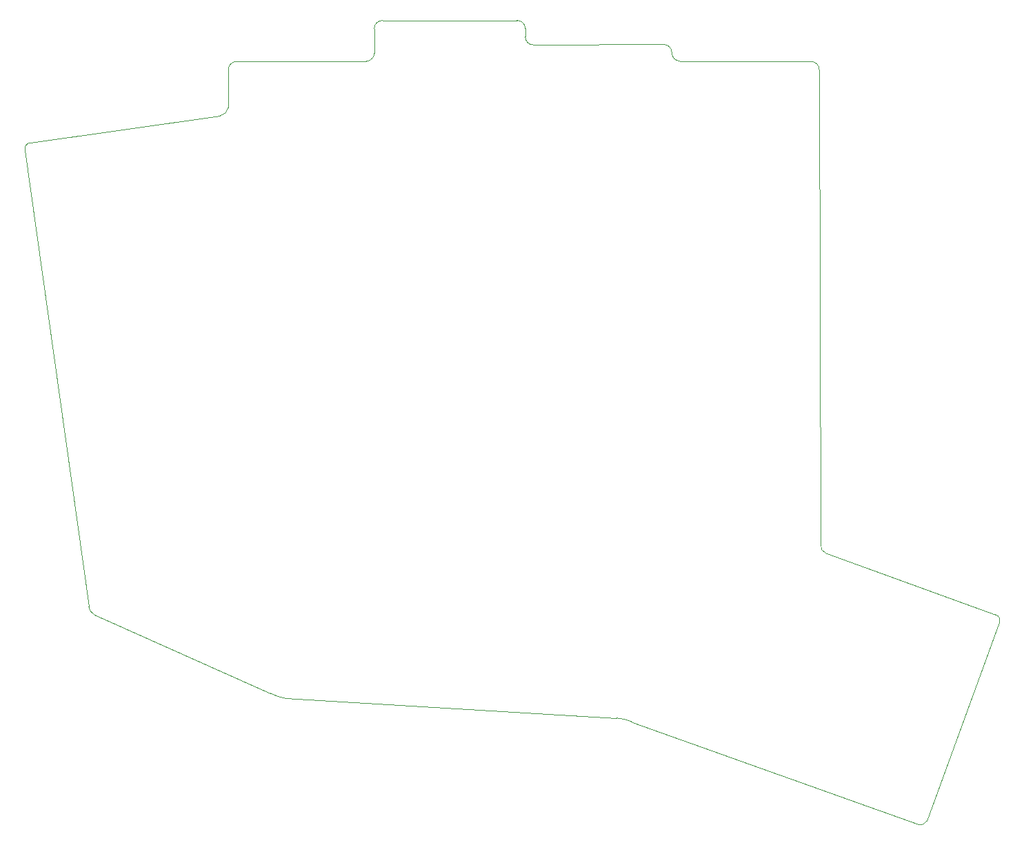
<source format=gbr>
%TF.GenerationSoftware,KiCad,Pcbnew,(6.0.4-0)*%
%TF.CreationDate,2022-05-01T22:17:05+02:00*%
%TF.ProjectId,kicad,6b696361-642e-46b6-9963-61645f706362,v 0.1*%
%TF.SameCoordinates,Original*%
%TF.FileFunction,Profile,NP*%
%FSLAX46Y46*%
G04 Gerber Fmt 4.6, Leading zero omitted, Abs format (unit mm)*
G04 Created by KiCad (PCBNEW (6.0.4-0)) date 2022-05-01 22:17:05*
%MOMM*%
%LPD*%
G01*
G04 APERTURE LIST*
%TA.AperFunction,Profile*%
%ADD10C,0.100000*%
%TD*%
G04 APERTURE END LIST*
D10*
X166750000Y-54750000D02*
G75*
G03*
X167750000Y-55750000I1000000J0D01*
G01*
X148740000Y-52750000D02*
G75*
G03*
X149740000Y-53750000I1000000J0D01*
G01*
X129210000Y-55760000D02*
G75*
G03*
X130210000Y-54760000I0J1000000D01*
G01*
X111270000Y-62480000D02*
G75*
G03*
X112270000Y-61480000I-208200J1208200D01*
G01*
X95150037Y-122769995D02*
G75*
G03*
X95890000Y-123770000I1285163J177195D01*
G01*
X117490008Y-133409986D02*
G75*
G03*
X119344297Y-134036250I2714392J4978686D01*
G01*
X161873503Y-136922382D02*
G75*
G03*
X159940000Y-136440000I-2245242J-4883311D01*
G01*
X185018177Y-115097214D02*
G75*
G03*
X185753439Y-116260000I1131332J-98484D01*
G01*
X197000000Y-149520001D02*
G75*
G03*
X198040000Y-149120000I271149J847013D01*
G01*
X206941532Y-124717009D02*
G75*
G03*
X206487564Y-123743336I-607425J309459D01*
G01*
X184850000Y-56800000D02*
G75*
G03*
X183850000Y-55800000I-1000000J0D01*
G01*
X166750000Y-54750000D02*
G75*
G03*
X165750000Y-53700000I-1000000J48810D01*
G01*
X148750000Y-51740000D02*
G75*
G03*
X147750000Y-50740000I-1000000J0D01*
G01*
X87971209Y-65779850D02*
G75*
G03*
X87310000Y-66680000I93466J-761578D01*
G01*
X113297107Y-55797107D02*
G75*
G03*
X112297107Y-56797107I-1J-999999D01*
G01*
X131207107Y-50757107D02*
G75*
G03*
X130207107Y-51757107I0J-1000000D01*
G01*
X197000000Y-149520000D02*
X161870000Y-136930000D01*
X167750000Y-55750000D02*
X183850000Y-55800000D01*
X87970000Y-65770000D02*
X111270000Y-62480000D01*
X95150000Y-122770000D02*
X87310000Y-66680000D01*
X117490000Y-133410000D02*
X95890000Y-123770000D01*
X149740000Y-53750000D02*
X165750000Y-53700000D01*
X131207107Y-50757107D02*
X147750000Y-50740000D01*
X130210000Y-54760000D02*
X130207107Y-51757107D01*
X113297107Y-55797107D02*
X129210000Y-55760000D01*
X206940000Y-124716229D02*
X198040000Y-149120000D01*
X185753439Y-116260000D02*
X206487564Y-123743336D01*
X112270000Y-61480000D02*
X112297107Y-56797107D01*
X159940000Y-136440000D02*
X119344297Y-134036250D01*
X184850000Y-56800000D02*
X185013439Y-115096802D01*
X148750000Y-51740000D02*
X148740000Y-52750000D01*
M02*

</source>
